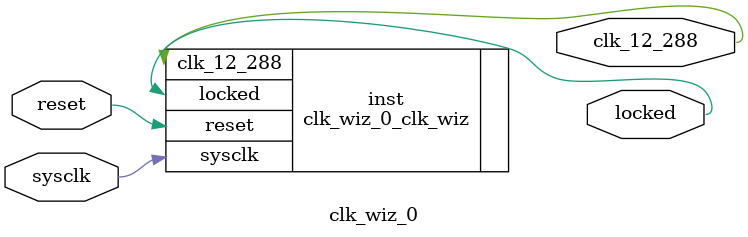
<source format=v>


`timescale 1ps/1ps

(* CORE_GENERATION_INFO = "clk_wiz_0,clk_wiz_v6_0_12_0_0,{component_name=clk_wiz_0,use_phase_alignment=true,use_min_o_jitter=false,use_max_i_jitter=false,use_dyn_phase_shift=false,use_inclk_switchover=false,use_dyn_reconfig=false,enable_axi=0,feedback_source=FDBK_AUTO,PRIMITIVE=MMCM,num_out_clk=1,clkin1_period=8.000,clkin2_period=10.000,use_power_down=false,use_reset=true,use_locked=true,use_inclk_stopped=false,feedback_type=SINGLE,CLOCK_MGR_TYPE=NA,manual_override=false}" *)

module clk_wiz_0 
 (
  // Clock out ports
  output        clk_12_288,
  // Status and control signals
  input         reset,
  output        locked,
 // Clock in ports
  input         sysclk
 );

  clk_wiz_0_clk_wiz inst
  (
  // Clock out ports  
  .clk_12_288(clk_12_288),
  // Status and control signals               
  .reset(reset), 
  .locked(locked),
 // Clock in ports
  .sysclk(sysclk)
  );

endmodule

</source>
